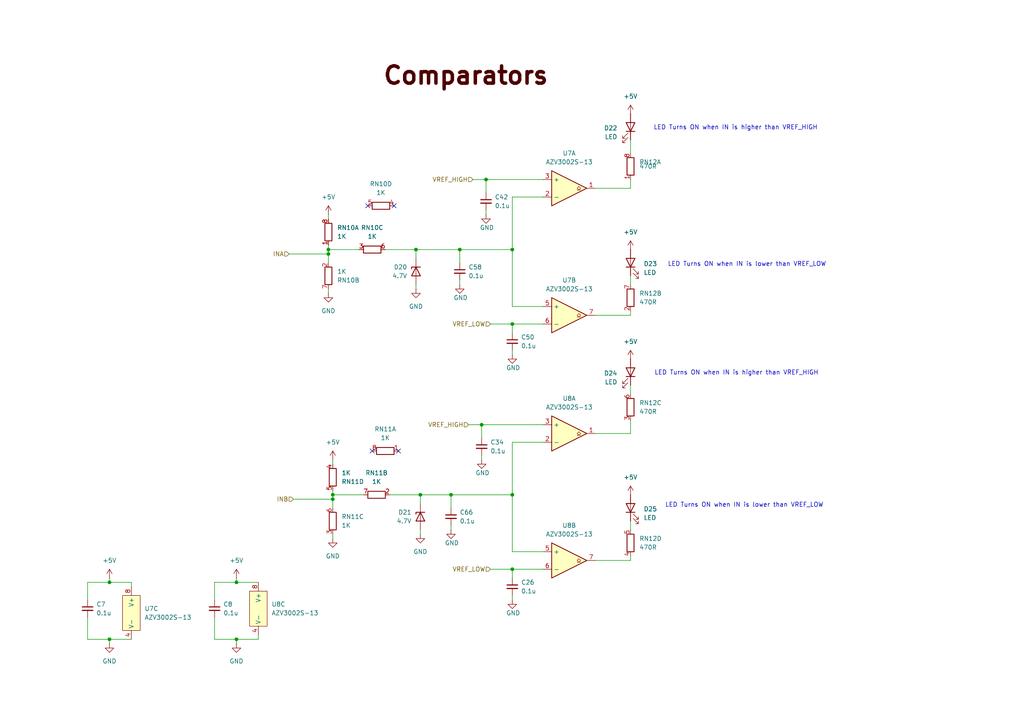
<source format=kicad_sch>
(kicad_sch (version 20250114) (generator "eeschema") (generator_version "9.0")
  (paper "A4")
  (title_block (title "Control Unit Tester") (date "2025-05-20") (company "Comparators Sense"))
  (lib_symbols
    (symbol "Device:C_Small" (pin_numbers (hide yes)) (pin_names (offset 0.254) (hide yes))
      (property "Reference" "C" (at 0.254 1.778 0))
      (property "Value" "C_Small" (at 0.254 -2.032 0))
      (symbol "C_Small_0_1"
        (polyline (pts (xy -1.524 0.508) (xy 1.524 0.508)) (stroke (width 0.3048)))
        (polyline (pts (xy -1.524 -0.508) (xy 1.524 -0.508)) (stroke (width 0.3302)))
      )
      (symbol "C_Small_1_1"
        (pin passive line (at 0 2.54 270) (length 2.032) (name "~") (number "1"))
        (pin passive line (at 0 -2.54 90) (length 2.032) (name "~") (number "2"))
      )
    )
    (symbol "Device:D_Zener" (pin_numbers (hide yes)) (pin_names (offset 1.016) (hide yes))
      (property "Reference" "D" (at 0 2.54 0))
      (property "Value" "D_Zener" (at 0 -2.54 0))
      (symbol "D_Zener_0_1"
        (polyline (pts (xy -1.27 -1.27) (xy -1.27 1.27) (xy -0.762 1.27)) (stroke (width 0.254)))
        (polyline (pts (xy 1.27 0) (xy -1.27 0)))
        (polyline (pts (xy 1.27 -1.27) (xy 1.27 1.27) (xy -1.27 0) (xy 1.27 -1.27)) (stroke (width 0.254)))
      )
      (symbol "D_Zener_1_1"
        (pin passive line (at -3.81 0 0) (length 2.54) (name "K") (number "1"))
        (pin passive line (at 3.81 0 180) (length 2.54) (name "A") (number "2"))
      )
    )
    (symbol "Device:LED" (pin_numbers (hide yes)) (pin_names (offset 1.016) (hide yes))
      (property "Reference" "D" (at 0 2.54 0))
      (property "Value" "LED" (at 0 -2.54 0))
      (symbol "LED_0_1"
        (polyline (pts (xy -3.048 -0.762) (xy -4.572 -2.286) (xy -3.81 -2.286) (xy -4.572 -2.286) (xy -4.572 -1.524)))
        (polyline (pts (xy -1.778 -0.762) (xy -3.302 -2.286) (xy -2.54 -2.286) (xy -3.302 -2.286) (xy -3.302 -1.524)))
        (polyline (pts (xy -1.27 0) (xy 1.27 0)))
        (polyline (pts (xy -1.27 -1.27) (xy -1.27 1.27)) (stroke (width 0.254)))
        (polyline (pts (xy 1.27 -1.27) (xy 1.27 1.27) (xy -1.27 0) (xy 1.27 -1.27)) (stroke (width 0.254)))
      )
      (symbol "LED_1_1"
        (pin passive line (at -3.81 0 0) (length 2.54) (name "K") (number "1"))
        (pin passive line (at 3.81 0 180) (length 2.54) (name "A") (number "2"))
      )
    )
    (symbol "Device:R_Pack04_Split" (pin_names (offset 0) (hide yes))
      (property "Reference" "RN" (at 2.032 0 90))
      (property "Value" "R_Pack04_Split" (at 0 0 90))
      (symbol "R_Pack04_Split_0_1"
        (rectangle (start 1.016 2.54) (end -1.016 -2.54) (stroke (width 0.254)))
      )
      (symbol "R_Pack04_Split_1_1"
        (pin passive line (at 0 3.81 270) (length 1.27) (name "R1.2") (number "8"))
        (pin passive line (at 0 -3.81 90) (length 1.27) (name "R1.1") (number "1"))
      )
      (symbol "R_Pack04_Split_2_1"
        (pin passive line (at 0 3.81 270) (length 1.27) (name "R2.2") (number "7"))
        (pin passive line (at 0 -3.81 90) (length 1.27) (name "R2.1") (number "2"))
      )
      (symbol "R_Pack04_Split_3_1"
        (pin passive line (at 0 3.81 270) (length 1.27) (name "R3.2") (number "6"))
        (pin passive line (at 0 -3.81 90) (length 1.27) (name "R3.1") (number "3"))
      )
      (symbol "R_Pack04_Split_4_1"
        (pin passive line (at 0 3.81 270) (length 1.27) (name "R4.2") (number "5"))
        (pin passive line (at 0 -3.81 90) (length 1.27) (name "R4.1") (number "4"))
      )
    )
    (symbol "My_Libraries:AZV3002S-13"
      (property "Reference" "U" (at 1.524 5.08 0))
      (property "Value" "AZV3002S-13" (at 2.032 -6.35 0))
      (symbol "AZV3002S-13_1_1"
        (polyline (pts (xy -2.54 5.08) (xy 7.62 0) (xy -2.54 -5.08) (xy -2.54 5.08)) (stroke (width 0.254)) (fill (type background)))
        (polyline (pts (xy 5.842 -0.508) (xy 5.334 -0.508) (xy 5.842 0) (xy 5.334 0.508) (xy 4.826 0) (xy 5.334 -0.508) (xy 4.826 -0.508)) (stroke (width 0.127)))
        (pin input line (at -5.08 2.54 0) (length 2.54) (name "+") (number "3"))
        (pin input line (at -5.08 -2.54 0) (length 2.54) (name "-") (number "2"))
        (pin output line (at 10.16 0 180) (length 2.54) (name "~") (number "1"))
      )
      (symbol "AZV3002S-13_2_1"
        (polyline (pts (xy -2.54 5.08) (xy 7.62 0) (xy -2.54 -5.08) (xy -2.54 5.08)) (stroke (width 0.254)) (fill (type background)))
        (polyline (pts (xy 5.842 -0.508) (xy 5.334 -0.508) (xy 5.842 0) (xy 5.334 0.508) (xy 4.826 0) (xy 5.334 -0.508) (xy 4.826 -0.508)) (stroke (width 0.127)))
        (pin input line (at -5.08 2.54 0) (length 2.54) (name "+") (number "5"))
        (pin input line (at -5.08 -2.54 0) (length 2.54) (name "-") (number "6"))
        (pin output line (at 10.16 0 180) (length 2.54) (name "~") (number "7"))
      )
      (symbol "AZV3002S-13_3_1"
        (rectangle (start -2.54 5.08) (end 2.54 -5.08) (fill (type color) (color 255 255 194 1)))
        (pin power_in line (at 0 7.62 270) (length 2.54) (name "V+") (number "8"))
        (pin power_in line (at 0 -7.62 90) (length 2.54) (name "V-") (number "4"))
      )
    )
    (symbol "power:+5V" (power) (pin_numbers (hide yes)) (pin_names (offset 0) (hide yes))
      (property "Value" "+5V" (at 0 3.556 0))
      (symbol "+5V_0_1"
        (polyline (pts (xy -0.762 1.27) (xy 0 2.54)))
        (polyline (pts (xy 0 2.54) (xy 0.762 1.27)))
        (polyline (pts (xy 0 0) (xy 0 2.54)))
      )
      (symbol "+5V_1_1"
        (pin power_in line (at 0 0 90) (length 0) (name "~") (number "1"))
      )
    )
    (symbol "power:GND" (power) (pin_numbers (hide yes)) (pin_names (offset 0) (hide yes))
      (property "Value" "GND" (at 0 -3.81 0))
      (symbol "GND_0_1"
        (polyline (pts (xy 0 0) (xy 0 -1.27) (xy 1.27 -1.27) (xy 0 -2.54) (xy -1.27 -1.27) (xy 0 -1.27)))
      )
      (symbol "GND_1_1"
        (pin power_in line (at 0 0 270) (length 0) (name "~") (number "1"))
      )
    )
  )
  (text "LED Turns ON when IN is lower than VREF_LOW" (at 215.9 146.558 0) (effects (font (size 1.27 1.27))))
  (text "Comparators" (at 135.128 22.098 0) (effects (font (size 5 5) (thickness 1) (bold yes))))
  (text "LED Turns ON when IN is lower than VREF_LOW" (at 216.662 76.708 0) (effects (font (size 1.27 1.27))))
  (text "LED Turns ON when IN is higher than VREF_HIGH" (at 213.614 108.204 0) (effects (font (size 1.27 1.27))))
  (text "LED Turns ON when IN is higher than VREF_HIGH" (at 213.36 37.084 0) (effects (font (size 1.27 1.27))))
  (junction (at 148.59 143.51))
  (junction (at 148.59 72.39))
  (junction (at 96.52 144.78))
  (junction (at 68.58 185.42))
  (junction (at 133.35 72.39))
  (junction (at 121.92 143.51))
  (junction (at 68.58 168.91))
  (junction (at 95.25 72.39))
  (junction (at 95.25 73.66))
  (junction (at 130.81 143.51))
  (junction (at 31.75 168.91))
  (junction (at 31.75 185.42))
  (junction (at 96.52 143.51))
  (junction (at 148.59 93.98))
  (junction (at 139.7 123.19))
  (junction (at 140.97 52.07))
  (junction (at 120.65 72.39))
  (junction (at 148.59 165.1))
  (no_connect (at 114.3 59.69))
  (no_connect (at 106.68 59.69))
  (no_connect (at 107.95 130.81))
  (no_connect (at 115.57 130.81))
  (wire (pts (xy 96.52 144.78) (xy 85.09 144.78)))
  (wire (pts (xy 172.72 162.56) (xy 182.88 162.56)))
  (wire (pts (xy 31.75 185.42) (xy 31.75 186.69)))
  (wire (pts (xy 25.4 168.91) (xy 31.75 168.91)))
  (wire (pts (xy 96.52 144.78) (xy 96.52 147.32)))
  (wire (pts (xy 172.72 91.44) (xy 182.88 91.44)))
  (wire (pts (xy 139.7 123.19) (xy 139.7 127)))
  (wire (pts (xy 62.23 185.42) (xy 68.58 185.42)))
  (wire (pts (xy 148.59 93.98) (xy 148.59 96.52)))
  (wire (pts (xy 121.92 143.51) (xy 121.92 146.05)))
  (wire (pts (xy 95.25 83.82) (xy 95.25 85.09)))
  (wire (pts (xy 120.65 83.82) (xy 120.65 82.55)))
  (wire (pts (xy 31.75 185.42) (xy 38.1 185.42)))
  (wire (pts (xy 142.24 93.98) (xy 148.59 93.98)))
  (wire (pts (xy 182.88 54.61) (xy 172.72 54.61)))
  (wire (pts (xy 68.58 167.64) (xy 68.58 168.91)))
  (wire (pts (xy 148.59 160.02) (xy 157.48 160.02)))
  (wire (pts (xy 157.48 128.27) (xy 148.59 128.27)))
  (wire (pts (xy 133.35 81.28) (xy 133.35 82.55)))
  (wire (pts (xy 182.88 125.73) (xy 172.72 125.73)))
  (wire (pts (xy 148.59 165.1) (xy 157.48 165.1)))
  (wire (pts (xy 96.52 143.51) (xy 105.41 143.51)))
  (wire (pts (xy 133.35 72.39) (xy 148.59 72.39)))
  (wire (pts (xy 148.59 88.9) (xy 157.48 88.9)))
  (wire (pts (xy 62.23 179.07) (xy 62.23 185.42)))
  (wire (pts (xy 120.65 72.39) (xy 120.65 74.93)))
  (wire (pts (xy 31.75 167.64) (xy 31.75 168.91)))
  (wire (pts (xy 120.65 72.39) (xy 133.35 72.39)))
  (wire (pts (xy 95.25 73.66) (xy 83.82 73.66)))
  (wire (pts (xy 130.81 143.51) (xy 130.81 147.32)))
  (wire (pts (xy 148.59 172.72) (xy 148.59 173.99)))
  (wire (pts (xy 95.25 72.39) (xy 95.25 73.66)))
  (wire (pts (xy 121.92 154.94) (xy 121.92 153.67)))
  (wire (pts (xy 68.58 185.42) (xy 74.93 185.42)))
  (wire (pts (xy 95.25 73.66) (xy 95.25 76.2)))
  (wire (pts (xy 148.59 101.6) (xy 148.59 102.87)))
  (wire (pts (xy 96.52 133.35) (xy 96.52 134.62)))
  (wire (pts (xy 182.88 151.13) (xy 182.88 153.67)))
  (wire (pts (xy 74.93 184.15) (xy 74.93 185.42)))
  (wire (pts (xy 25.4 168.91) (xy 25.4 173.99)))
  (wire (pts (xy 157.48 57.15) (xy 148.59 57.15)))
  (wire (pts (xy 148.59 93.98) (xy 157.48 93.98)))
  (wire (pts (xy 62.23 168.91) (xy 62.23 173.99)))
  (wire (pts (xy 148.59 72.39) (xy 148.59 88.9)))
  (wire (pts (xy 121.92 143.51) (xy 130.81 143.51)))
  (wire (pts (xy 113.03 143.51) (xy 121.92 143.51)))
  (wire (pts (xy 182.88 52.07) (xy 182.88 54.61)))
  (wire (pts (xy 95.25 62.23) (xy 95.25 63.5)))
  (wire (pts (xy 25.4 179.07) (xy 25.4 185.42)))
  (wire (pts (xy 68.58 185.42) (xy 68.58 186.69)))
  (wire (pts (xy 148.59 165.1) (xy 148.59 167.64)))
  (wire (pts (xy 142.24 165.1) (xy 148.59 165.1)))
  (wire (pts (xy 148.59 128.27) (xy 148.59 143.51)))
  (wire (pts (xy 62.23 168.91) (xy 68.58 168.91)))
  (wire (pts (xy 139.7 123.19) (xy 157.48 123.19)))
  (wire (pts (xy 96.52 143.51) (xy 96.52 144.78)))
  (wire (pts (xy 148.59 57.15) (xy 148.59 72.39)))
  (wire (pts (xy 95.25 71.12) (xy 95.25 72.39)))
  (wire (pts (xy 130.81 143.51) (xy 148.59 143.51)))
  (wire (pts (xy 96.52 154.94) (xy 96.52 156.21)))
  (wire (pts (xy 130.81 152.4) (xy 130.81 153.67)))
  (wire (pts (xy 182.88 80.01) (xy 182.88 82.55)))
  (wire (pts (xy 68.58 168.91) (xy 74.93 168.91)))
  (wire (pts (xy 148.59 143.51) (xy 148.59 160.02)))
  (wire (pts (xy 135.89 123.19) (xy 139.7 123.19)))
  (wire (pts (xy 140.97 60.96) (xy 140.97 62.23)))
  (wire (pts (xy 140.97 52.07) (xy 157.48 52.07)))
  (wire (pts (xy 182.88 90.17) (xy 182.88 91.44)))
  (wire (pts (xy 182.88 111.76) (xy 182.88 114.3)))
  (wire (pts (xy 140.97 52.07) (xy 140.97 55.88)))
  (wire (pts (xy 111.76 72.39) (xy 120.65 72.39)))
  (wire (pts (xy 182.88 121.92) (xy 182.88 125.73)))
  (wire (pts (xy 96.52 142.24) (xy 96.52 143.51)))
  (wire (pts (xy 133.35 72.39) (xy 133.35 76.2)))
  (wire (pts (xy 137.16 52.07) (xy 140.97 52.07)))
  (wire (pts (xy 38.1 168.91) (xy 38.1 170.18)))
  (wire (pts (xy 182.88 40.64) (xy 182.88 44.45)))
  (wire (pts (xy 95.25 72.39) (xy 104.14 72.39)))
  (wire (pts (xy 25.4 185.42) (xy 31.75 185.42)))
  (wire (pts (xy 182.88 161.29) (xy 182.88 162.56)))
  (wire (pts (xy 31.75 168.91) (xy 38.1 168.91)))
  (wire (pts (xy 139.7 132.08) (xy 139.7 133.35)))
  (hierarchical_label "INA" (shape input) (at 83.82 73.66 180))
  (hierarchical_label "INB" (shape input) (at 85.09 144.78 180))
  (hierarchical_label "VREF_HIGH" (shape input) (at 137.16 52.07 180))
  (hierarchical_label "VREF_HIGH" (shape input) (at 135.89 123.19 180))
  (hierarchical_label "VREF_LOW" (shape input) (at 142.24 165.1 180))
  (hierarchical_label "VREF_LOW" (shape input) (at 142.24 93.98 180))
  (symbol (lib_id "Device:C_Small") (at 25.4 176.53 0) (unit 1)
    (property "Reference" "C1" (at 27.94 175.2662 0) (effects (justify left)))
    (property "Value" "0.1u" (at 27.94 177.8062 0) (effects (justify left)))
    (property "Footprint" "Capacitor_SMD:C_0603_1608Metric" (effects (hide yes)))
    (property "Description" "Unpolarized capacitor, small symbol" (effects (hide yes)))
    (instances (project "control_unit_tester" (path "" (reference "C7") (unit 1)) (path "" (reference "C5") (unit 1)) (path "" (reference "C15") (unit 1)) (path "" (reference "C11") (unit 1)) (path "" (reference "C9") (unit 1)) (path "" (reference "C3") (unit 1)) (path "" (reference "C13") (unit 1)) (path "" (reference "C1") (unit 1))))
  )
  (symbol (lib_id "power:+5V") (at 95.25 62.23 0) (unit 1)
    (property "Reference" "#PWR036" (effects (hide yes)))
    (property "Value" "+5V" (at 95.25 57.15 0))
    (property "Description" "Power symbol creates a global label with name \"+5V\"" (effects (hide yes)))
    (instances (project "control_unit_tester" (path "" (reference "#PWR078") (unit 1)) (path "" (reference "#PWR064") (unit 1)) (path "" (reference "#PWR0134") (unit 1)) (path "" (reference "#PWR0106") (unit 1)) (path "" (reference "#PWR092") (unit 1)) (path "" (reference "#PWR050") (unit 1)) (path "" (reference "#PWR0120") (unit 1)) (path "" (reference "#PWR036") (unit 1))))
  )
  (symbol (lib_id "Device:C_Small") (at 139.7 129.54 0) (unit 1)
    (property "Reference" "C31" (at 142.24 128.2762 0) (effects (justify left)))
    (property "Value" "0.1u" (at 142.24 130.8162 0) (effects (justify left)))
    (property "Footprint" "Capacitor_SMD:C_0603_1608Metric" (effects (hide yes)))
    (property "Description" "Unpolarized capacitor, small symbol" (effects (hide yes)))
    (instances (project "control_unit_tester" (path "" (reference "C34") (unit 1)) (path "" (reference "C33") (unit 1)) (path "" (reference "C38") (unit 1)) (path "" (reference "C36") (unit 1)) (path "" (reference "C35") (unit 1)) (path "" (reference "C32") (unit 1)) (path "" (reference "C37") (unit 1)) (path "" (reference "C31") (unit 1))))
  )
  (symbol (lib_id "power:GND") (at 68.58 186.69 0) (unit 1)
    (property "Reference" "#PWR035" (effects (hide yes)))
    (property "Value" "GND" (at 68.58 191.77 0))
    (property "Description" "Power symbol creates a global label with name \"GND\" , ground" (effects (hide yes)))
    (instances (project "control_unit_tester" (path "" (reference "#PWR077") (unit 1)) (path "" (reference "#PWR063") (unit 1)) (path "" (reference "#PWR0133") (unit 1)) (path "" (reference "#PWR0105") (unit 1)) (path "" (reference "#PWR091") (unit 1)) (path "" (reference "#PWR049") (unit 1)) (path "" (reference "#PWR0119") (unit 1)) (path "" (reference "#PWR035") (unit 1))))
  )
  (symbol (lib_id "power:+5V") (at 182.88 104.14 0) (unit 1)
    (property "Reference" "#PWR044" (effects (hide yes)))
    (property "Value" "+5V" (at 182.88 99.06 0))
    (property "Description" "Power symbol creates a global label with name \"+5V\"" (effects (hide yes)))
    (instances (project "control_unit_tester" (path "" (reference "#PWR086") (unit 1)) (path "" (reference "#PWR072") (unit 1)) (path "" (reference "#PWR0142") (unit 1)) (path "" (reference "#PWR0114") (unit 1)) (path "" (reference "#PWR0100") (unit 1)) (path "" (reference "#PWR058") (unit 1)) (path "" (reference "#PWR0128") (unit 1)) (path "" (reference "#PWR044") (unit 1))))
  )
  (symbol (lib_id "power:GND") (at 121.92 154.94 0) (mirror y) (unit 1)
    (property "Reference" "#PWR041" (effects (hide yes)))
    (property "Value" "GND" (at 121.92 160.02 0))
    (property "Description" "Power symbol creates a global label with name \"GND\" , ground" (effects (hide yes)))
    (instances (project "control_unit_tester" (path "" (reference "#PWR083") (unit 1)) (path "" (reference "#PWR069") (unit 1)) (path "" (reference "#PWR0139") (unit 1)) (path "" (reference "#PWR0111") (unit 1)) (path "" (reference "#PWR097") (unit 1)) (path "" (reference "#PWR055") (unit 1)) (path "" (reference "#PWR0125") (unit 1)) (path "" (reference "#PWR041") (unit 1))))
  )
  (symbol (lib_id "Device:LED") (at 182.88 36.83 270) (mirror x) (unit 1)
    (property "Reference" "D4" (at 179.07 37.1474 90) (effects (justify right)))
    (property "Value" "LED" (at 179.07 39.6874 90) (effects (justify right)))
    (property "Footprint" "LED_SMD:LED_0805_2012Metric" (effects (hide yes)))
    (property "Description" "Light emitting diode" (effects (hide yes)))
    (property "Sim.Pins" "1=K 2=A" (effects (hide yes)))
    (instances (project "control_unit_tester" (path "" (reference "D22") (unit 1)) (path "" (reference "D16") (unit 1)) (path "" (reference "D46") (unit 1)) (path "" (reference "D34") (unit 1)) (path "" (reference "D28") (unit 1)) (path "" (reference "D10") (unit 1)) (path "" (reference "D40") (unit 1)) (path "" (reference "D4") (unit 1))))
  )
  (symbol (lib_id "My_Libraries:AZV3002S-13") (at 162.56 162.56 0) (unit 2)
    (property "Reference" "U2" (at 165.1 152.4 0))
    (property "Value" "AZV3002S-13" (at 165.1 154.94 0))
    (property "Footprint" "Package_SO:SOIC-8_3.9x4.9mm_P1.27mm" (effects (hide yes)))
    (property "Description" "Dual Channel Low Voltage Push-Pull Output Comparators" (effects (hide yes)))
    (instances (project "control_unit_tester" (path "" (reference "U8") (unit 2)) (path "" (reference "U6") (unit 2)) (path "" (reference "U16") (unit 2)) (path "" (reference "U12") (unit 2)) (path "" (reference "U10") (unit 2)) (path "" (reference "U4") (unit 2)) (path "" (reference "U14") (unit 2)) (path "" (reference "U2") (unit 2))))
  )
  (symbol (lib_id "Device:R_Pack04_Split") (at 95.25 67.31 0) (unit 1)
    (property "Reference" "RN1" (at 97.79 66.0399 0) (effects (justify left)))
    (property "Value" "1K" (at 97.79 68.5799 0) (effects (justify left)))
    (property "Footprint" "Resistor_SMD:R_Array_Concave_4x0603" (effects (hide yes)))
    (property "Description" "4 resistor network, parallel topology, split" (effects (hide yes)))
    (instances (project "control_unit_tester" (path "" (reference "RN10") (unit 1)) (path "" (reference "RN7") (unit 1)) (path "" (reference "RN22") (unit 1)) (path "" (reference "RN16") (unit 1)) (path "" (reference "RN13") (unit 1)) (path "" (reference "RN4") (unit 1)) (path "" (reference "RN19") (unit 1)) (path "" (reference "RN1") (unit 1))))
  )
  (symbol (lib_id "Device:R_Pack04_Split") (at 111.76 130.81 90) (unit 1)
    (property "Reference" "RN2" (at 111.76 124.46 90))
    (property "Value" "1K" (at 111.76 127 90))
    (property "Footprint" "Resistor_SMD:R_Array_Concave_4x0603" (effects (hide yes)))
    (property "Description" "4 resistor network, parallel topology, split" (effects (hide yes)))
    (instances (project "control_unit_tester" (path "" (reference "RN11") (unit 1)) (path "" (reference "RN8") (unit 1)) (path "" (reference "RN23") (unit 1)) (path "" (reference "RN17") (unit 1)) (path "" (reference "RN14") (unit 1)) (path "" (reference "RN5") (unit 1)) (path "" (reference "RN20") (unit 1)) (path "" (reference "RN2") (unit 1))))
  )
  (symbol (lib_id "Device:D_Zener") (at 120.65 78.74 90) (mirror x) (unit 1)
    (property "Reference" "D2" (at 118.11 77.4699 90) (effects (justify left)))
    (property "Value" "4.7V" (at 118.11 80.0099 90) (effects (justify left)))
    (property "Footprint" "Diode_SMD:D_SOD-123" (effects (hide yes)))
    (property "Description" "Zener diode" (effects (hide yes)))
    (property "PartNo" "MMSZ4688-HE3_A-08" (effects (hide yes)))
    (instances (project "control_unit_tester" (path "" (reference "D20") (unit 1)) (path "" (reference "D14") (unit 1)) (path "" (reference "D44") (unit 1)) (path "" (reference "D32") (unit 1)) (path "" (reference "D26") (unit 1)) (path "" (reference "D8") (unit 1)) (path "" (reference "D38") (unit 1)) (path "" (reference "D2") (unit 1))))
  )
  (symbol (lib_id "Device:R_Pack04_Split") (at 182.88 157.48 0) (unit 4)
    (property "Reference" "RN3" (at 185.42 156.2099 0) (effects (justify left)))
    (property "Value" "470R" (at 185.42 158.7499 0) (effects (justify left)))
    (property "Footprint" "Resistor_SMD:R_Array_Concave_4x0603" (effects (hide yes)))
    (property "Description" "4 resistor network, parallel topology, split" (effects (hide yes)))
    (instances (project "control_unit_tester" (path "" (reference "RN12") (unit 4)) (path "" (reference "RN9") (unit 4)) (path "" (reference "RN24") (unit 4)) (path "" (reference "RN18") (unit 4)) (path "" (reference "RN15") (unit 4)) (path "" (reference "RN6") (unit 4)) (path "" (reference "RN21") (unit 4)) (path "" (reference "RN3") (unit 4))))
  )
  (symbol (lib_id "Device:LED") (at 182.88 147.32 90) (unit 1)
    (property "Reference" "D7" (at 186.69 147.6374 90) (effects (justify right)))
    (property "Value" "LED" (at 186.69 150.1774 90) (effects (justify right)))
    (property "Footprint" "LED_SMD:LED_0805_2012Metric" (effects (hide yes)))
    (property "Description" "Light emitting diode" (effects (hide yes)))
    (property "Sim.Pins" "1=K 2=A" (effects (hide yes)))
    (instances (project "control_unit_tester" (path "" (reference "D25") (unit 1)) (path "" (reference "D19") (unit 1)) (path "" (reference "D49") (unit 1)) (path "" (reference "D37") (unit 1)) (path "" (reference "D31") (unit 1)) (path "" (reference "D13") (unit 1)) (path "" (reference "D43") (unit 1)) (path "" (reference "D7") (unit 1))))
  )
  (symbol (lib_id "My_Libraries:AZV3002S-13") (at 74.93 176.53 0) (unit 3)
    (property "Reference" "U2" (at 78.74 175.2599 0) (effects (justify left)))
    (property "Value" "AZV3002S-13" (at 78.74 177.7999 0) (effects (justify left)))
    (property "Footprint" "Package_SO:SOIC-8_3.9x4.9mm_P1.27mm" (effects (hide yes)))
    (property "Description" "Dual Channel Low Voltage Push-Pull Output Comparators" (effects (hide yes)))
    (instances (project "control_unit_tester" (path "" (reference "U8") (unit 3)) (path "" (reference "U6") (unit 3)) (path "" (reference "U16") (unit 3)) (path "" (reference "U12") (unit 3)) (path "" (reference "U10") (unit 3)) (path "" (reference "U4") (unit 3)) (path "" (reference "U14") (unit 3)) (path "" (reference "U2") (unit 3))))
  )
  (symbol (lib_id "power:GND") (at 96.52 156.21 0) (mirror y) (unit 1)
    (property "Reference" "#PWR039" (effects (hide yes)))
    (property "Value" "GND" (at 96.52 161.29 0))
    (property "Description" "Power symbol creates a global label with name \"GND\" , ground" (effects (hide yes)))
    (instances (project "control_unit_tester" (path "" (reference "#PWR081") (unit 1)) (path "" (reference "#PWR067") (unit 1)) (path "" (reference "#PWR0137") (unit 1)) (path "" (reference "#PWR0109") (unit 1)) (path "" (reference "#PWR095") (unit 1)) (path "" (reference "#PWR053") (unit 1)) (path "" (reference "#PWR0123") (unit 1)) (path "" (reference "#PWR039") (unit 1))))
  )
  (symbol (lib_id "power:+5V") (at 68.58 167.64 0) (unit 1)
    (property "Reference" "#PWR034" (effects (hide yes)))
    (property "Value" "+5V" (at 68.58 162.56 0))
    (property "Description" "Power symbol creates a global label with name \"+5V\"" (effects (hide yes)))
    (instances (project "control_unit_tester" (path "" (reference "#PWR076") (unit 1)) (path "" (reference "#PWR062") (unit 1)) (path "" (reference "#PWR0132") (unit 1)) (path "" (reference "#PWR0104") (unit 1)) (path "" (reference "#PWR090") (unit 1)) (path "" (reference "#PWR048") (unit 1)) (path "" (reference "#PWR0118") (unit 1)) (path "" (reference "#PWR034") (unit 1))))
  )
  (symbol (lib_id "Device:D_Zener") (at 121.92 149.86 90) (mirror x) (unit 1)
    (property "Reference" "D3" (at 119.38 148.5899 90) (effects (justify left)))
    (property "Value" "4.7V" (at 119.38 151.1299 90) (effects (justify left)))
    (property "Footprint" "Diode_SMD:D_SOD-123" (effects (hide yes)))
    (property "Description" "Zener diode" (effects (hide yes)))
    (property "PartNo" "MMSZ4688-HE3_A-08" (effects (hide yes)))
    (instances (project "control_unit_tester" (path "" (reference "D21") (unit 1)) (path "" (reference "D15") (unit 1)) (path "" (reference "D45") (unit 1)) (path "" (reference "D33") (unit 1)) (path "" (reference "D27") (unit 1)) (path "" (reference "D9") (unit 1)) (path "" (reference "D39") (unit 1)) (path "" (reference "D3") (unit 1))))
  )
  (symbol (lib_id "Device:R_Pack04_Split") (at 182.88 48.26 0) (unit 1)
    (property "Reference" "RN3" (at 185.42 46.9899 0) (effects (justify left)))
    (property "Value" "470R" (at 185.42 48.2599 0) (effects (justify left)))
    (property "Footprint" "Resistor_SMD:R_Array_Concave_4x0603" (effects (hide yes)))
    (property "Description" "4 resistor network, parallel topology, split" (effects (hide yes)))
    (instances (project "control_unit_tester" (path "" (reference "RN12") (unit 1)) (path "" (reference "RN9") (unit 1)) (path "" (reference "RN24") (unit 1)) (path "" (reference "RN18") (unit 1)) (path "" (reference "RN15") (unit 1)) (path "" (reference "RN6") (unit 1)) (path "" (reference "RN21") (unit 1)) (path "" (reference "RN3") (unit 1))))
  )
  (symbol (lib_id "power:GND") (at 139.7 133.35 0) (unit 1)
    (property "Reference" "#PWR0163" (effects (hide yes)))
    (property "Value" "GND" (at 139.954 137.16 0))
    (property "Description" "Power symbol creates a global label with name \"GND\" , ground" (effects (hide yes)))
    (instances (project "control_unit_tester" (path "" (reference "#PWR0166") (unit 1)) (path "" (reference "#PWR0165") (unit 1)) (path "" (reference "#PWR0170") (unit 1)) (path "" (reference "#PWR0168") (unit 1)) (path "" (reference "#PWR0167") (unit 1)) (path "" (reference "#PWR0164") (unit 1)) (path "" (reference "#PWR0169") (unit 1)) (path "" (reference "#PWR0163") (unit 1))))
  )
  (symbol (lib_id "Device:R_Pack04_Split") (at 182.88 86.36 0) (unit 2)
    (property "Reference" "RN3" (at 185.42 85.0899 0) (effects (justify left)))
    (property "Value" "470R" (at 185.42 87.6299 0) (effects (justify left)))
    (property "Footprint" "Resistor_SMD:R_Array_Concave_4x0603" (effects (hide yes)))
    (property "Description" "4 resistor network, parallel topology, split" (effects (hide yes)))
    (instances (project "control_unit_tester" (path "" (reference "RN12") (unit 2)) (path "" (reference "RN9") (unit 2)) (path "" (reference "RN24") (unit 2)) (path "" (reference "RN18") (unit 2)) (path "" (reference "RN15") (unit 2)) (path "" (reference "RN6") (unit 2)) (path "" (reference "RN21") (unit 2)) (path "" (reference "RN3") (unit 2))))
  )
  (symbol (lib_id "My_Libraries:AZV3002S-13") (at 162.56 91.44 0) (unit 2)
    (property "Reference" "U1" (at 165.1 81.28 0))
    (property "Value" "AZV3002S-13" (at 165.1 83.82 0))
    (property "Footprint" "Package_SO:SOIC-8_3.9x4.9mm_P1.27mm" (effects (hide yes)))
    (property "Description" "Dual Channel Low Voltage Push-Pull Output Comparators" (effects (hide yes)))
    (instances (project "control_unit_tester" (path "" (reference "U7") (unit 2)) (path "" (reference "U5") (unit 2)) (path "" (reference "U15") (unit 2)) (path "" (reference "U11") (unit 2)) (path "" (reference "U9") (unit 2)) (path "" (reference "U3") (unit 2)) (path "" (reference "U13") (unit 2)) (path "" (reference "U1") (unit 2))))
  )
  (symbol (lib_id "My_Libraries:AZV3002S-13") (at 162.56 125.73 0) (unit 1)
    (property "Reference" "U2" (at 165.1 115.57 0))
    (property "Value" "AZV3002S-13" (at 165.1 118.11 0))
    (property "Footprint" "Package_SO:SOIC-8_3.9x4.9mm_P1.27mm" (effects (hide yes)))
    (property "Description" "Dual Channel Low Voltage Push-Pull Output Comparators" (effects (hide yes)))
    (instances (project "control_unit_tester" (path "" (reference "U8") (unit 1)) (path "" (reference "U6") (unit 1)) (path "" (reference "U16") (unit 1)) (path "" (reference "U12") (unit 1)) (path "" (reference "U10") (unit 1)) (path "" (reference "U4") (unit 1)) (path "" (reference "U14") (unit 1)) (path "" (reference "U2") (unit 1))))
  )
  (symbol (lib_id "Device:C_Small") (at 148.59 170.18 0) (unit 1)
    (property "Reference" "C23" (at 151.13 168.9162 0) (effects (justify left)))
    (property "Value" "0.1u" (at 151.13 171.4562 0) (effects (justify left)))
    (property "Footprint" "Capacitor_SMD:C_0603_1608Metric" (effects (hide yes)))
    (property "Description" "Unpolarized capacitor, small symbol" (effects (hide yes)))
    (instances (project "control_unit_tester" (path "" (reference "C26") (unit 1)) (path "" (reference "C25") (unit 1)) (path "" (reference "C30") (unit 1)) (path "" (reference "C28") (unit 1)) (path "" (reference "C27") (unit 1)) (path "" (reference "C24") (unit 1)) (path "" (reference "C29") (unit 1)) (path "" (reference "C23") (unit 1))))
  )
  (symbol (lib_id "My_Libraries:AZV3002S-13") (at 162.56 54.61 0) (unit 1)
    (property "Reference" "U1" (at 165.1 44.45 0))
    (property "Value" "AZV3002S-13" (at 165.1 46.99 0))
    (property "Footprint" "Package_SO:SOIC-8_3.9x4.9mm_P1.27mm" (effects (hide yes)))
    (property "Description" "Dual Channel Low Voltage Push-Pull Output Comparators" (effects (hide yes)))
    (instances (project "control_unit_tester" (path "" (reference "U7") (unit 1)) (path "" (reference "U5") (unit 1)) (path "" (reference "U15") (unit 1)) (path "" (reference "U11") (unit 1)) (path "" (reference "U9") (unit 1)) (path "" (reference "U3") (unit 1)) (path "" (reference "U13") (unit 1)) (path "" (reference "U1") (unit 1))))
  )
  (symbol (lib_id "power:GND") (at 31.75 186.69 0) (unit 1)
    (property "Reference" "#PWR033" (effects (hide yes)))
    (property "Value" "GND" (at 31.75 191.77 0))
    (property "Description" "Power symbol creates a global label with name \"GND\" , ground" (effects (hide yes)))
    (instances (project "control_unit_tester" (path "" (reference "#PWR075") (unit 1)) (path "" (reference "#PWR061") (unit 1)) (path "" (reference "#PWR0131") (unit 1)) (path "" (reference "#PWR0103") (unit 1)) (path "" (reference "#PWR089") (unit 1)) (path "" (reference "#PWR047") (unit 1)) (path "" (reference "#PWR0117") (unit 1)) (path "" (reference "#PWR033") (unit 1))))
  )
  (symbol (lib_id "power:+5V") (at 182.88 33.02 0) (unit 1)
    (property "Reference" "#PWR042" (effects (hide yes)))
    (property "Value" "+5V" (at 182.88 27.94 0))
    (property "Description" "Power symbol creates a global label with name \"+5V\"" (effects (hide yes)))
    (instances (project "control_unit_tester" (path "" (reference "#PWR084") (unit 1)) (path "" (reference "#PWR070") (unit 1)) (path "" (reference "#PWR0140") (unit 1)) (path "" (reference "#PWR0112") (unit 1)) (path "" (reference "#PWR098") (unit 1)) (path "" (reference "#PWR056") (unit 1)) (path "" (reference "#PWR0126") (unit 1)) (path "" (reference "#PWR042") (unit 1))))
  )
  (symbol (lib_id "Device:LED") (at 182.88 76.2 90) (unit 1)
    (property "Reference" "D5" (at 186.69 76.5174 90) (effects (justify right)))
    (property "Value" "LED" (at 186.69 79.0574 90) (effects (justify right)))
    (property "Footprint" "LED_SMD:LED_0805_2012Metric" (effects (hide yes)))
    (property "Description" "Light emitting diode" (effects (hide yes)))
    (property "Sim.Pins" "1=K 2=A" (effects (hide yes)))
    (instances (project "control_unit_tester" (path "" (reference "D23") (unit 1)) (path "" (reference "D17") (unit 1)) (path "" (reference "D47") (unit 1)) (path "" (reference "D35") (unit 1)) (path "" (reference "D29") (unit 1)) (path "" (reference "D11") (unit 1)) (path "" (reference "D41") (unit 1)) (path "" (reference "D5") (unit 1))))
  )
  (symbol (lib_id "Device:C_Small") (at 140.97 58.42 0) (unit 1)
    (property "Reference" "C39" (at 143.51 57.1562 0) (effects (justify left)))
    (property "Value" "0.1u" (at 143.51 59.6962 0) (effects (justify left)))
    (property "Footprint" "Capacitor_SMD:C_0603_1608Metric" (effects (hide yes)))
    (property "Description" "Unpolarized capacitor, small symbol" (effects (hide yes)))
    (instances (project "control_unit_tester" (path "" (reference "C42") (unit 1)) (path "" (reference "C41") (unit 1)) (path "" (reference "C46") (unit 1)) (path "" (reference "C44") (unit 1)) (path "" (reference "C43") (unit 1)) (path "" (reference "C40") (unit 1)) (path "" (reference "C45") (unit 1)) (path "" (reference "C39") (unit 1))))
  )
  (symbol (lib_id "Device:R_Pack04_Split") (at 110.49 59.69 90) (unit 4)
    (property "Reference" "RN1" (at 110.49 53.34 90))
    (property "Value" "1K" (at 110.49 55.88 90))
    (property "Footprint" "Resistor_SMD:R_Array_Concave_4x0603" (effects (hide yes)))
    (property "Description" "4 resistor network, parallel topology, split" (effects (hide yes)))
    (instances (project "control_unit_tester" (path "" (reference "RN10") (unit 4)) (path "" (reference "RN7") (unit 4)) (path "" (reference "RN22") (unit 4)) (path "" (reference "RN16") (unit 4)) (path "" (reference "RN13") (unit 4)) (path "" (reference "RN4") (unit 4)) (path "" (reference "RN19") (unit 4)) (path "" (reference "RN1") (unit 4))))
  )
  (symbol (lib_id "power:+5V") (at 182.88 143.51 0) (unit 1)
    (property "Reference" "#PWR045" (effects (hide yes)))
    (property "Value" "+5V" (at 182.88 138.43 0))
    (property "Description" "Power symbol creates a global label with name \"+5V\"" (effects (hide yes)))
    (instances (project "control_unit_tester" (path "" (reference "#PWR087") (unit 1)) (path "" (reference "#PWR073") (unit 1)) (path "" (reference "#PWR0143") (unit 1)) (path "" (reference "#PWR0115") (unit 1)) (path "" (reference "#PWR0101") (unit 1)) (path "" (reference "#PWR059") (unit 1)) (path "" (reference "#PWR0129") (unit 1)) (path "" (reference "#PWR045") (unit 1))))
  )
  (symbol (lib_id "Device:LED") (at 182.88 107.95 270) (mirror x) (unit 1)
    (property "Reference" "D6" (at 179.07 108.2674 90) (effects (justify right)))
    (property "Value" "LED" (at 179.07 110.8074 90) (effects (justify right)))
    (property "Footprint" "LED_SMD:LED_0805_2012Metric" (effects (hide yes)))
    (property "Description" "Light emitting diode" (effects (hide yes)))
    (property "Sim.Pins" "1=K 2=A" (effects (hide yes)))
    (instances (project "control_unit_tester" (path "" (reference "D24") (unit 1)) (path "" (reference "D18") (unit 1)) (path "" (reference "D48") (unit 1)) (path "" (reference "D36") (unit 1)) (path "" (reference "D30") (unit 1)) (path "" (reference "D12") (unit 1)) (path "" (reference "D42") (unit 1)) (path "" (reference "D6") (unit 1))))
  )
  (symbol (lib_id "Device:C_Small") (at 148.59 99.06 0) (unit 1)
    (property "Reference" "C47" (at 151.13 97.7962 0) (effects (justify left)))
    (property "Value" "0.1u" (at 151.13 100.3362 0) (effects (justify left)))
    (property "Footprint" "Capacitor_SMD:C_0603_1608Metric" (effects (hide yes)))
    (property "Description" "Unpolarized capacitor, small symbol" (effects (hide yes)))
    (instances (project "control_unit_tester" (path "" (reference "C50") (unit 1)) (path "" (reference "C49") (unit 1)) (path "" (reference "C54") (unit 1)) (path "" (reference "C52") (unit 1)) (path "" (reference "C51") (unit 1)) (path "" (reference "C48") (unit 1)) (path "" (reference "C53") (unit 1)) (path "" (reference "C47") (unit 1))))
  )
  (symbol (lib_id "power:+5V") (at 96.52 133.35 0) (unit 1)
    (property "Reference" "#PWR038" (effects (hide yes)))
    (property "Value" "+5V" (at 96.52 128.27 0))
    (property "Description" "Power symbol creates a global label with name \"+5V\"" (effects (hide yes)))
    (instances (project "control_unit_tester" (path "" (reference "#PWR080") (unit 1)) (path "" (reference "#PWR066") (unit 1)) (path "" (reference "#PWR0136") (unit 1)) (path "" (reference "#PWR0108") (unit 1)) (path "" (reference "#PWR094") (unit 1)) (path "" (reference "#PWR052") (unit 1)) (path "" (reference "#PWR0122") (unit 1)) (path "" (reference "#PWR038") (unit 1))))
  )
  (symbol (lib_id "My_Libraries:AZV3002S-13") (at 38.1 177.8 0) (unit 3)
    (property "Reference" "U1" (at 41.91 176.5299 0) (effects (justify left)))
    (property "Value" "AZV3002S-13" (at 41.91 179.0699 0) (effects (justify left)))
    (property "Footprint" "Package_SO:SOIC-8_3.9x4.9mm_P1.27mm" (effects (hide yes)))
    (property "Description" "Dual Channel Low Voltage Push-Pull Output Comparators" (effects (hide yes)))
    (instances (project "control_unit_tester" (path "" (reference "U7") (unit 3)) (path "" (reference "U5") (unit 3)) (path "" (reference "U15") (unit 3)) (path "" (reference "U11") (unit 3)) (path "" (reference "U9") (unit 3)) (path "" (reference "U3") (unit 3)) (path "" (reference "U13") (unit 3)) (path "" (reference "U1") (unit 3))))
  )
  (symbol (lib_id "Device:R_Pack04_Split") (at 107.95 72.39 270) (mirror x) (unit 3)
    (property "Reference" "RN1" (at 107.95 66.04 90))
    (property "Value" "1K" (at 107.95 68.58 90))
    (property "Footprint" "Resistor_SMD:R_Array_Concave_4x0603" (effects (hide yes)))
    (property "Description" "4 resistor network, parallel topology, split" (effects (hide yes)))
    (instances (project "control_unit_tester" (path "" (reference "RN10") (unit 3)) (path "" (reference "RN7") (unit 3)) (path "" (reference "RN22") (unit 3)) (path "" (reference "RN16") (unit 3)) (path "" (reference "RN13") (unit 3)) (path "" (reference "RN4") (unit 3)) (path "" (reference "RN19") (unit 3)) (path "" (reference "RN1") (unit 3))))
  )
  (symbol (lib_id "power:GND") (at 140.97 62.23 0) (unit 1)
    (property "Reference" "#PWR0171" (effects (hide yes)))
    (property "Value" "GND" (at 141.224 66.04 0))
    (property "Description" "Power symbol creates a global label with name \"GND\" , ground" (effects (hide yes)))
    (instances (project "control_unit_tester" (path "" (reference "#PWR0174") (unit 1)) (path "" (reference "#PWR0173") (unit 1)) (path "" (reference "#PWR0178") (unit 1)) (path "" (reference "#PWR0176") (unit 1)) (path "" (reference "#PWR0175") (unit 1)) (path "" (reference "#PWR0172") (unit 1)) (path "" (reference "#PWR0177") (unit 1)) (path "" (reference "#PWR0171") (unit 1))))
  )
  (symbol (lib_id "power:GND") (at 95.25 85.09 0) (mirror y) (unit 1)
    (property "Reference" "#PWR037" (effects (hide yes)))
    (property "Value" "GND" (at 95.25 90.17 0))
    (property "Description" "Power symbol creates a global label with name \"GND\" , ground" (effects (hide yes)))
    (instances (project "control_unit_tester" (path "" (reference "#PWR079") (unit 1)) (path "" (reference "#PWR065") (unit 1)) (path "" (reference "#PWR0135") (unit 1)) (path "" (reference "#PWR0107") (unit 1)) (path "" (reference "#PWR093") (unit 1)) (path "" (reference "#PWR051") (unit 1)) (path "" (reference "#PWR0121") (unit 1)) (path "" (reference "#PWR037") (unit 1))))
  )
  (symbol (lib_id "power:GND") (at 120.65 83.82 0) (mirror y) (unit 1)
    (property "Reference" "#PWR040" (effects (hide yes)))
    (property "Value" "GND" (at 120.65 88.9 0))
    (property "Description" "Power symbol creates a global label with name \"GND\" , ground" (effects (hide yes)))
    (instances (project "control_unit_tester" (path "" (reference "#PWR082") (unit 1)) (path "" (reference "#PWR068") (unit 1)) (path "" (reference "#PWR0138") (unit 1)) (path "" (reference "#PWR0110") (unit 1)) (path "" (reference "#PWR096") (unit 1)) (path "" (reference "#PWR054") (unit 1)) (path "" (reference "#PWR0124") (unit 1)) (path "" (reference "#PWR040") (unit 1))))
  )
  (symbol (lib_id "power:+5V") (at 31.75 167.64 0) (unit 1)
    (property "Reference" "#PWR032" (effects (hide yes)))
    (property "Value" "+5V" (at 31.75 162.56 0))
    (property "Description" "Power symbol creates a global label with name \"+5V\"" (effects (hide yes)))
    (instances (project "control_unit_tester" (path "" (reference "#PWR074") (unit 1)) (path "" (reference "#PWR060") (unit 1)) (path "" (reference "#PWR0130") (unit 1)) (path "" (reference "#PWR0102") (unit 1)) (path "" (reference "#PWR088") (unit 1)) (path "" (reference "#PWR046") (unit 1)) (path "" (reference "#PWR0116") (unit 1)) (path "" (reference "#PWR032") (unit 1))))
  )
  (symbol (lib_id "Device:R_Pack04_Split") (at 109.22 143.51 90) (unit 2)
    (property "Reference" "RN2" (at 109.22 137.16 90))
    (property "Value" "1K" (at 109.22 139.7 90))
    (property "Footprint" "Resistor_SMD:R_Array_Concave_4x0603" (effects (hide yes)))
    (property "Description" "4 resistor network, parallel topology, split" (effects (hide yes)))
    (instances (project "control_unit_tester" (path "" (reference "RN11") (unit 2)) (path "" (reference "RN8") (unit 2)) (path "" (reference "RN23") (unit 2)) (path "" (reference "RN17") (unit 2)) (path "" (reference "RN14") (unit 2)) (path "" (reference "RN5") (unit 2)) (path "" (reference "RN20") (unit 2)) (path "" (reference "RN2") (unit 2))))
  )
  (symbol (lib_id "power:+5V") (at 182.88 72.39 0) (unit 1)
    (property "Reference" "#PWR043" (effects (hide yes)))
    (property "Value" "+5V" (at 182.88 67.31 0))
    (property "Description" "Power symbol creates a global label with name \"+5V\"" (effects (hide yes)))
    (instances (project "control_unit_tester" (path "" (reference "#PWR085") (unit 1)) (path "" (reference "#PWR071") (unit 1)) (path "" (reference "#PWR0141") (unit 1)) (path "" (reference "#PWR0113") (unit 1)) (path "" (reference "#PWR099") (unit 1)) (path "" (reference "#PWR057") (unit 1)) (path "" (reference "#PWR0127") (unit 1)) (path "" (reference "#PWR043") (unit 1))))
  )
  (symbol (lib_id "Device:C_Small") (at 130.81 149.86 0) (unit 1)
    (property "Reference" "C63" (at 133.35 148.5962 0) (effects (justify left)))
    (property "Value" "0.1u" (at 133.35 151.1362 0) (effects (justify left)))
    (property "Footprint" "Capacitor_SMD:C_0603_1608Metric" (effects (hide yes)))
    (property "Description" "Unpolarized capacitor, small symbol" (effects (hide yes)))
    (instances (project "control_unit_tester" (path "" (reference "C66") (unit 1)) (path "" (reference "C65") (unit 1)) (path "" (reference "C70") (unit 1)) (path "" (reference "C68") (unit 1)) (path "" (reference "C67") (unit 1)) (path "" (reference "C64") (unit 1)) (path "" (reference "C69") (unit 1)) (path "" (reference "C63") (unit 1))))
  )
  (symbol (lib_id "power:GND") (at 133.35 82.55 0) (unit 1)
    (property "Reference" "#PWR0187" (effects (hide yes)))
    (property "Value" "GND" (at 133.604 86.36 0))
    (property "Description" "Power symbol creates a global label with name \"GND\" , ground" (effects (hide yes)))
    (instances (project "control_unit_tester" (path "" (reference "#PWR0190") (unit 1)) (path "" (reference "#PWR0189") (unit 1)) (path "" (reference "#PWR0194") (unit 1)) (path "" (reference "#PWR0192") (unit 1)) (path "" (reference "#PWR0191") (unit 1)) (path "" (reference "#PWR0188") (unit 1)) (path "" (reference "#PWR0193") (unit 1)) (path "" (reference "#PWR0187") (unit 1))))
  )
  (symbol (lib_id "Device:R_Pack04_Split") (at 95.25 80.01 0) (mirror x) (unit 2)
    (property "Reference" "RN1" (at 97.79 81.2801 0) (effects (justify left)))
    (property "Value" "1K" (at 97.79 78.7401 0) (effects (justify left)))
    (property "Footprint" "Resistor_SMD:R_Array_Concave_4x0603" (effects (hide yes)))
    (property "Description" "4 resistor network, parallel topology, split" (effects (hide yes)))
    (instances (project "control_unit_tester" (path "" (reference "RN10") (unit 2)) (path "" (reference "RN7") (unit 2)) (path "" (reference "RN22") (unit 2)) (path "" (reference "RN16") (unit 2)) (path "" (reference "RN13") (unit 2)) (path "" (reference "RN4") (unit 2)) (path "" (reference "RN19") (unit 2)) (path "" (reference "RN1") (unit 2))))
  )
  (symbol (lib_id "Device:R_Pack04_Split") (at 96.52 138.43 0) (mirror x) (unit 4)
    (property "Reference" "RN2" (at 99.06 139.7001 0) (effects (justify left)))
    (property "Value" "1K" (at 99.06 137.1601 0) (effects (justify left)))
    (property "Footprint" "Resistor_SMD:R_Array_Concave_4x0603" (effects (hide yes)))
    (property "Description" "4 resistor network, parallel topology, split" (effects (hide yes)))
    (instances (project "control_unit_tester" (path "" (reference "RN11") (unit 4)) (path "" (reference "RN8") (unit 4)) (path "" (reference "RN23") (unit 4)) (path "" (reference "RN17") (unit 4)) (path "" (reference "RN14") (unit 4)) (path "" (reference "RN5") (unit 4)) (path "" (reference "RN20") (unit 4)) (path "" (reference "RN2") (unit 4))))
  )
  (symbol (lib_id "Device:C_Small") (at 133.35 78.74 0) (unit 1)
    (property "Reference" "C55" (at 135.89 77.4762 0) (effects (justify left)))
    (property "Value" "0.1u" (at 135.89 80.0162 0) (effects (justify left)))
    (property "Footprint" "Capacitor_SMD:C_0603_1608Metric" (effects (hide yes)))
    (property "Description" "Unpolarized capacitor, small symbol" (effects (hide yes)))
    (instances (project "control_unit_tester" (path "" (reference "C58") (unit 1)) (path "" (reference "C57") (unit 1)) (path "" (reference "C62") (unit 1)) (path "" (reference "C60") (unit 1)) (path "" (reference "C59") (unit 1)) (path "" (reference "C56") (unit 1)) (path "" (reference "C61") (unit 1)) (path "" (reference "C55") (unit 1))))
  )
  (symbol (lib_id "Device:R_Pack04_Split") (at 182.88 118.11 0) (unit 3)
    (property "Reference" "RN3" (at 185.42 116.8399 0) (effects (justify left)))
    (property "Value" "470R" (at 185.42 119.3799 0) (effects (justify left)))
    (property "Footprint" "Resistor_SMD:R_Array_Concave_4x0603" (effects (hide yes)))
    (property "Description" "4 resistor network, parallel topology, split" (effects (hide yes)))
    (instances (project "control_unit_tester" (path "" (reference "RN12") (unit 3)) (path "" (reference "RN9") (unit 3)) (path "" (reference "RN24") (unit 3)) (path "" (reference "RN18") (unit 3)) (path "" (reference "RN15") (unit 3)) (path "" (reference "RN6") (unit 3)) (path "" (reference "RN21") (unit 3)) (path "" (reference "RN3") (unit 3))))
  )
  (symbol (lib_id "power:GND") (at 130.81 153.67 0) (unit 1)
    (property "Reference" "#PWR0195" (effects (hide yes)))
    (property "Value" "GND" (at 131.064 157.48 0))
    (property "Description" "Power symbol creates a global label with name \"GND\" , ground" (effects (hide yes)))
    (instances (project "control_unit_tester" (path "" (reference "#PWR0198") (unit 1)) (path "" (reference "#PWR0197") (unit 1)) (path "" (reference "#PWR0202") (unit 1)) (path "" (reference "#PWR0200") (unit 1)) (path "" (reference "#PWR0199") (unit 1)) (path "" (reference "#PWR0196") (unit 1)) (path "" (reference "#PWR0201") (unit 1)) (path "" (reference "#PWR0195") (unit 1))))
  )
  (symbol (lib_id "Device:C_Small") (at 62.23 176.53 0) (unit 1)
    (property "Reference" "C2" (at 64.77 175.2662 0) (effects (justify left)))
    (property "Value" "0.1u" (at 64.77 177.8062 0) (effects (justify left)))
    (property "Footprint" "Capacitor_SMD:C_0603_1608Metric" (effects (hide yes)))
    (property "Description" "Unpolarized capacitor, small symbol" (effects (hide yes)))
    (instances (project "control_unit_tester" (path "" (reference "C8") (unit 1)) (path "" (reference "C6") (unit 1)) (path "" (reference "C16") (unit 1)) (path "" (reference "C12") (unit 1)) (path "" (reference "C10") (unit 1)) (path "" (reference "C4") (unit 1)) (path "" (reference "C14") (unit 1)) (path "" (reference "C2") (unit 1))))
  )
  (symbol (lib_id "power:GND") (at 148.59 102.87 0) (unit 1)
    (property "Reference" "#PWR0179" (effects (hide yes)))
    (property "Value" "GND" (at 148.844 106.68 0))
    (property "Description" "Power symbol creates a global label with name \"GND\" , ground" (effects (hide yes)))
    (instances (project "control_unit_tester" (path "" (reference "#PWR0182") (unit 1)) (path "" (reference "#PWR0181") (unit 1)) (path "" (reference "#PWR0186") (unit 1)) (path "" (reference "#PWR0184") (unit 1)) (path "" (reference "#PWR0183") (unit 1)) (path "" (reference "#PWR0180") (unit 1)) (path "" (reference "#PWR0185") (unit 1)) (path "" (reference "#PWR0179") (unit 1))))
  )
  (symbol (lib_id "Device:R_Pack04_Split") (at 96.52 151.13 0) (unit 3)
    (property "Reference" "RN2" (at 99.06 149.8599 0) (effects (justify left)))
    (property "Value" "1K" (at 99.06 152.3999 0) (effects (justify left)))
    (property "Footprint" "Resistor_SMD:R_Array_Concave_4x0603" (effects (hide yes)))
    (property "Description" "4 resistor network, parallel topology, split" (effects (hide yes)))
    (instances (project "control_unit_tester" (path "" (reference "RN11") (unit 3)) (path "" (reference "RN8") (unit 3)) (path "" (reference "RN23") (unit 3)) (path "" (reference "RN17") (unit 3)) (path "" (reference "RN14") (unit 3)) (path "" (reference "RN5") (unit 3)) (path "" (reference "RN20") (unit 3)) (path "" (reference "RN2") (unit 3))))
  )
  (symbol (lib_id "power:GND") (at 148.59 173.99 0) (unit 1)
    (property "Reference" "#PWR0155" (effects (hide yes)))
    (property "Value" "GND" (at 148.844 177.8 0))
    (property "Description" "Power symbol creates a global label with name \"GND\" , ground" (effects (hide yes)))
    (instances (project "control_unit_tester" (path "" (reference "#PWR0158") (unit 1)) (path "" (reference "#PWR0157") (unit 1)) (path "" (reference "#PWR0162") (unit 1)) (path "" (reference "#PWR0160") (unit 1)) (path "" (reference "#PWR0159") (unit 1)) (path "" (reference "#PWR0156") (unit 1)) (path "" (reference "#PWR0161") (unit 1)) (path "" (reference "#PWR0155") (unit 1))))
  )
)
</source>
